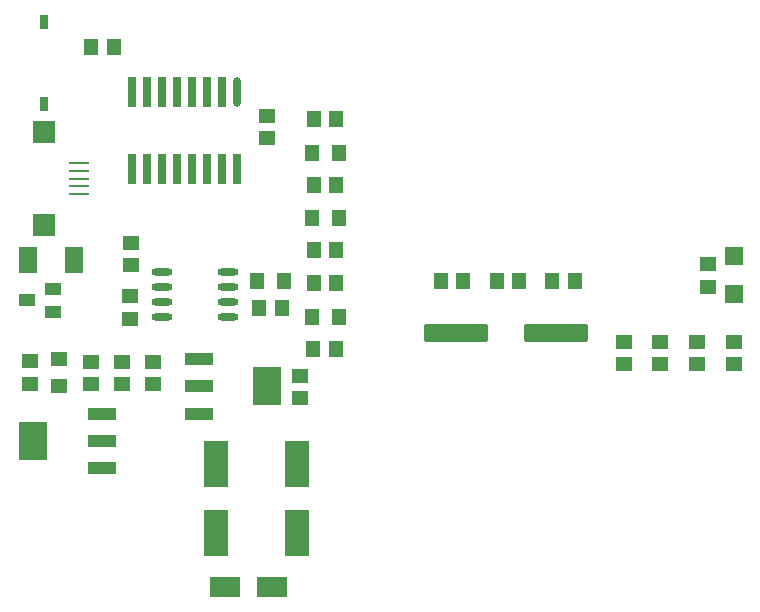
<source format=gtp>
G04*
G04 #@! TF.GenerationSoftware,Altium Limited,Altium Designer,21.3.2 (30)*
G04*
G04 Layer_Color=8421504*
%FSLAX24Y24*%
%MOIN*%
G70*
G04*
G04 #@! TF.SameCoordinates,BD5A3C24-ECAA-4070-AF75-8328BFFE722F*
G04*
G04*
G04 #@! TF.FilePolarity,Positive*
G04*
G01*
G75*
%ADD23R,0.0472X0.0551*%
%ADD24R,0.0700X0.0100*%
%ADD25R,0.0551X0.0472*%
%ADD26O,0.0709X0.0236*%
%ADD27R,0.0500X0.0550*%
%ADD28R,0.0748X0.0748*%
G04:AMPARAMS|DCode=29|XSize=216.5mil|YSize=59.1mil|CornerRadius=7.4mil|HoleSize=0mil|Usage=FLASHONLY|Rotation=0.000|XOffset=0mil|YOffset=0mil|HoleType=Round|Shape=RoundedRectangle|*
%AMROUNDEDRECTD29*
21,1,0.2165,0.0443,0,0,0.0*
21,1,0.2018,0.0591,0,0,0.0*
1,1,0.0148,0.1009,-0.0221*
1,1,0.0148,-0.1009,-0.0221*
1,1,0.0148,-0.1009,0.0221*
1,1,0.0148,0.1009,0.0221*
%
%ADD29ROUNDEDRECTD29*%
%ADD30R,0.0945X0.1299*%
%ADD31R,0.0945X0.0394*%
%ADD32R,0.0250X0.0984*%
%ADD33O,0.0250X0.0984*%
%ADD34R,0.0551X0.0394*%
%ADD35R,0.0550X0.0500*%
%ADD36R,0.0640X0.0900*%
%ADD37R,0.0591X0.0591*%
%ADD38R,0.0984X0.0669*%
%ADD39R,0.0787X0.1575*%
%ADD40R,0.0315X0.0472*%
D23*
X53642Y58130D02*
D03*
X54390D02*
D03*
X59234Y49454D02*
D03*
X59982D02*
D03*
X67900Y50327D02*
D03*
X67152D02*
D03*
X69008Y50330D02*
D03*
X69756D02*
D03*
X66042Y50333D02*
D03*
X65294D02*
D03*
X61792Y48084D02*
D03*
X61044D02*
D03*
X61802Y51363D02*
D03*
X61054D02*
D03*
X61802Y55734D02*
D03*
X61054D02*
D03*
X61802Y50270D02*
D03*
X61054D02*
D03*
X61802Y53548D02*
D03*
X61054D02*
D03*
D24*
X53238Y53755D02*
D03*
Y54011D02*
D03*
Y53255D02*
D03*
Y53499D02*
D03*
Y54267D02*
D03*
D25*
X54924Y49836D02*
D03*
Y49088D02*
D03*
X54954Y51616D02*
D03*
Y50868D02*
D03*
X53621Y46909D02*
D03*
Y47657D02*
D03*
X54656Y46909D02*
D03*
Y47657D02*
D03*
X55691Y46909D02*
D03*
Y47657D02*
D03*
X73841Y47567D02*
D03*
Y48315D02*
D03*
X74194Y50158D02*
D03*
Y50906D02*
D03*
X51596Y47672D02*
D03*
Y46924D02*
D03*
X72612Y47564D02*
D03*
Y48312D02*
D03*
X71389Y47564D02*
D03*
Y48312D02*
D03*
X75061Y48316D02*
D03*
Y47568D02*
D03*
X59489Y55104D02*
D03*
Y55852D02*
D03*
X60591Y47186D02*
D03*
Y46438D02*
D03*
D26*
X55988Y50640D02*
D03*
Y50140D02*
D03*
Y49640D02*
D03*
Y49140D02*
D03*
X58212Y50640D02*
D03*
Y50140D02*
D03*
Y49640D02*
D03*
Y49140D02*
D03*
D27*
X60072Y50350D02*
D03*
X59172D02*
D03*
X61892Y52432D02*
D03*
X60992D02*
D03*
Y49153D02*
D03*
X61892D02*
D03*
X60992Y54618D02*
D03*
X61892D02*
D03*
D28*
X52070Y52200D02*
D03*
Y55310D02*
D03*
D29*
X65797Y48610D02*
D03*
X69143D02*
D03*
D30*
X51700Y45020D02*
D03*
X59512Y46830D02*
D03*
D31*
X53983Y45926D02*
D03*
Y45020D02*
D03*
Y44114D02*
D03*
X57228Y47736D02*
D03*
Y46830D02*
D03*
Y45924D02*
D03*
D32*
X58500Y54080D02*
D03*
X58000D02*
D03*
X57500D02*
D03*
X57000D02*
D03*
X56500D02*
D03*
X56000D02*
D03*
X55500D02*
D03*
X55000D02*
D03*
X55000Y56640D02*
D03*
X55500D02*
D03*
X56000D02*
D03*
X56500D02*
D03*
X57000D02*
D03*
X57500D02*
D03*
X58000D02*
D03*
D33*
X58500D02*
D03*
D34*
X52356Y49326D02*
D03*
Y50074D02*
D03*
X51490Y49700D02*
D03*
D35*
X52566Y47742D02*
D03*
Y46842D02*
D03*
D36*
X51520Y51040D02*
D03*
X53060D02*
D03*
D37*
X75050Y51160D02*
D03*
Y49900D02*
D03*
D38*
X59667Y40130D02*
D03*
X58093D02*
D03*
D39*
X57800Y41958D02*
D03*
Y44242D02*
D03*
X60510Y41958D02*
D03*
Y44242D02*
D03*
D40*
X52070Y56232D02*
D03*
Y58988D02*
D03*
M02*

</source>
